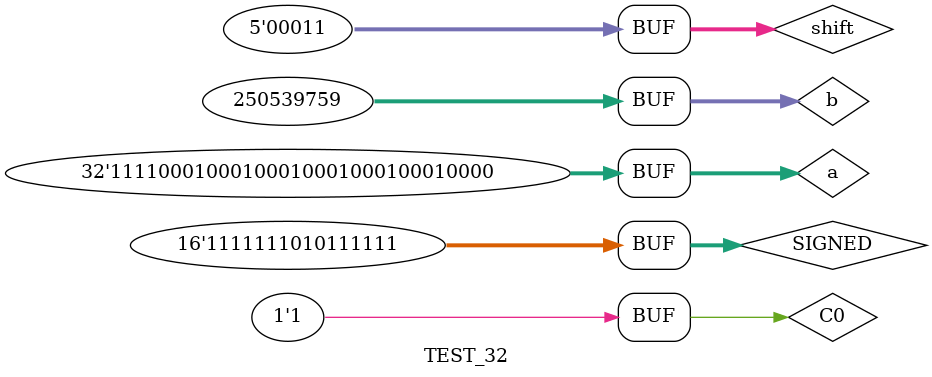
<source format=v>

  `timescale 1 ns / 1 ps

  module TEST_32;

  // Initialize Inputs
  reg [31:0] a;
  reg [31:0] b;
  wire [31:0] ADD, AND, OR, XOR, NOR, SRL, SIGEXT, EXT;
  wire [31:0] ADC;
  wire ORBIT, Co;
  reg [4:0] shift;
  reg [15:0] SIGNED;
  reg C0;
  add_32 add_32(a,b,ADD);
  ADC_32 ADC_32(a,b,C0,ADC,Co);
  and32 and32(a,b,AND);
  nor32 nor32(a,b,NOR);
  or32 or32(a,b,OR);
  or_bit_32 or_bit_32(a,ORBIT);
  xor32 xor32(a,b,XOR);
  SignalExt_32 SignalExt_32(ORBIT,SIGEXT);
  Ext_32 Ext_32(SIGNED, EXT);
  srl32 srl32(a,shift,SRL);
  initial begin
  #10;
  a = 32'hA5A5A5A5;
  b = 32'h5A5A5A5A;
  C0 = 0;
  SIGNED = 123;
  shift = 2;
  #10;
  shift = 3;
  #10;
  a = 32'd0;
  b = 32'd12345678;  
  SIGNED = -321;
  #10;
  a=87654321;
  #10;
  a=32'hF1111110;
  b=32'h0EEEEEEF;
  #5;
  C0=1;
  end

  endmodule

</source>
